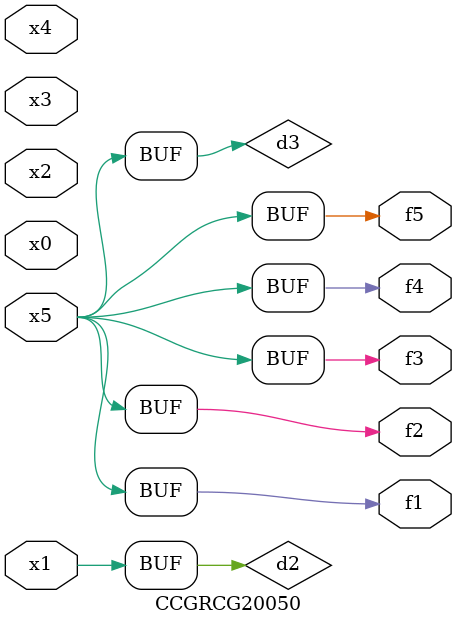
<source format=v>
module CCGRCG20050(
	input x0, x1, x2, x3, x4, x5,
	output f1, f2, f3, f4, f5
);

	wire d1, d2, d3;

	not (d1, x5);
	or (d2, x1);
	xnor (d3, d1);
	assign f1 = d3;
	assign f2 = d3;
	assign f3 = d3;
	assign f4 = d3;
	assign f5 = d3;
endmodule

</source>
